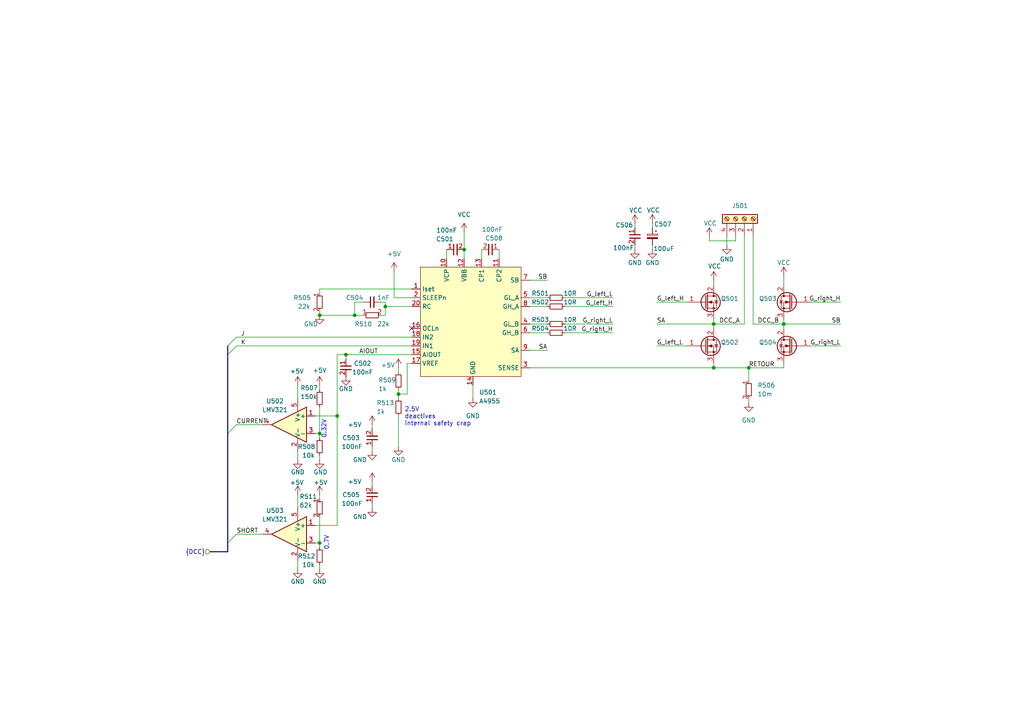
<source format=kicad_sch>
(kicad_sch (version 20231120) (generator "eeschema") (generator_version "8.0")
  (paper "A4")
  (lib_symbols
    (symbol "Amplifier_Operational:LMV321" (pin_names (offset 0.127))
      (property "Reference" "U" (at 0 5.08 0))
      (property "Value" "LMV321" (at 0 -5.08 0))
      (symbol "LMV321_0_1"
        (polyline (pts (xy -5.08 5.08) (xy 5.08 0) (xy -5.08 -5.08) (xy -5.08 5.08)) (stroke (width 0.254)) (fill (type background)))
        (pin power_in line (at -2.54 -7.62 90) (length 3.81) (name "V-") (number "2"))
        (pin power_in line (at -2.54 7.62 270) (length 3.81) (name "V+") (number "5"))
      )
      (symbol "LMV321_1_1"
        (pin input line (at -7.62 2.54 0) (length 2.54) (name "+") (number "1"))
        (pin input line (at -7.62 -2.54 0) (length 2.54) (name "-") (number "3"))
        (pin output line (at 7.62 0 180) (length 2.54) (name "~") (number "4"))
      )
    )
    (symbol "Connector:Screw_Terminal_01x04" (pin_names (offset 1.016) hide)
      (property "Reference" "J" (at 0 5.08 0))
      (property "Value" "Screw_Terminal_01x04" (at 0 -7.62 0))
      (symbol "Screw_Terminal_01x04_1_1"
        (rectangle (start -1.27 3.81) (end 1.27 -6.35) (stroke (width 0.254)) (fill (type background)))
        (circle (center 0 -5.08) (radius 0.635) (stroke (width 0.1524)))
        (circle (center 0 -2.54) (radius 0.635) (stroke (width 0.1524)))
        (polyline (pts (xy -0.5334 -4.7498) (xy 0.3302 -5.588)) (stroke (width 0.1524)))
        (polyline (pts (xy -0.5334 -2.2098) (xy 0.3302 -3.048)) (stroke (width 0.1524)))
        (polyline (pts (xy -0.5334 0.3302) (xy 0.3302 -0.508)) (stroke (width 0.1524)))
        (polyline (pts (xy -0.5334 2.8702) (xy 0.3302 2.032)) (stroke (width 0.1524)))
        (polyline (pts (xy -0.3556 -4.572) (xy 0.508 -5.4102)) (stroke (width 0.1524)))
        (polyline (pts (xy -0.3556 -2.032) (xy 0.508 -2.8702)) (stroke (width 0.1524)))
        (polyline (pts (xy -0.3556 0.508) (xy 0.508 -0.3302)) (stroke (width 0.1524)))
        (polyline (pts (xy -0.3556 3.048) (xy 0.508 2.2098)) (stroke (width 0.1524)))
        (circle (center 0 0) (radius 0.635) (stroke (width 0.1524)))
        (circle (center 0 2.54) (radius 0.635) (stroke (width 0.1524)))
        (pin passive line (at -5.08 2.54 0) (length 3.81) (name "Pin_1") (number "1"))
        (pin passive line (at -5.08 0 0) (length 3.81) (name "Pin_2") (number "2"))
        (pin passive line (at -5.08 -2.54 0) (length 3.81) (name "Pin_3") (number "3"))
        (pin passive line (at -5.08 -5.08 0) (length 3.81) (name "Pin_4") (number "4"))
      )
    )
    (symbol "Device:C_Polarized_Small" (pin_numbers hide) (pin_names (offset 0.254) hide)
      (property "Reference" "C" (at 0.254 1.778 0))
      (property "Value" "C_Polarized_Small" (at 0.254 -2.032 0))
      (symbol "C_Polarized_Small_0_1"
        (rectangle (start -1.524 -0.3048) (end 1.524 -0.6858) (fill (type outline)))
        (rectangle (start -1.524 0.6858) (end 1.524 0.3048))
        (polyline (pts (xy -1.27 1.524) (xy -0.762 1.524)))
        (polyline (pts (xy -1.016 1.27) (xy -1.016 1.778)))
      )
      (symbol "C_Polarized_Small_1_1"
        (pin passive line (at 0 2.54 270) (length 1.8542) (name "~") (number "1"))
        (pin passive line (at 0 -2.54 90) (length 1.8542) (name "~") (number "2"))
      )
    )
    (symbol "Device:C_Small" (pin_numbers hide) (pin_names (offset 0.254) hide)
      (property "Reference" "C" (at 0.254 1.778 0))
      (property "Value" "C_Small" (at 0.254 -2.032 0))
      (symbol "C_Small_0_1"
        (polyline (pts (xy -1.524 -0.508) (xy 1.524 -0.508)) (stroke (width 0.3302)))
        (polyline (pts (xy -1.524 0.508) (xy 1.524 0.508)) (stroke (width 0.3048)))
      )
      (symbol "C_Small_1_1"
        (pin passive line (at 0 2.54 270) (length 2.032) (name "~") (number "1"))
        (pin passive line (at 0 -2.54 90) (length 2.032) (name "~") (number "2"))
      )
    )
    (symbol "Device:R_Small" (pin_numbers hide) (pin_names (offset 0.254) hide)
      (property "Reference" "R" (at 0.762 0.508 0))
      (property "Value" "R_Small" (at 0.762 -1.016 0))
      (symbol "R_Small_0_1"
        (rectangle (start -0.762 1.778) (end 0.762 -1.778) (stroke (width 0.2032)))
      )
      (symbol "R_Small_1_1"
        (pin passive line (at 0 2.54 270) (length 0.762) (name "~") (number "1"))
        (pin passive line (at 0 -2.54 90) (length 0.762) (name "~") (number "2"))
      )
    )
    (symbol "Transistor_FET_Other:DN2540N8-G" (pin_names (offset 0) hide)
      (property "Reference" "Q" (at 5.08 1.905 0))
      (property "Value" "DN2540N8-G" (at 5.08 0 0))
      (symbol "DN2540N8-G_0_1"
        (polyline (pts (xy 0.254 0) (xy -2.54 0)))
        (polyline (pts (xy 0.254 1.905) (xy 0.254 -1.905)) (stroke (width 0.254)))
        (polyline (pts (xy 0.762 2.286) (xy 0.762 -2.286)) (stroke (width 0.254)))
        (polyline (pts (xy 2.54 2.54) (xy 2.54 1.778)))
        (polyline (pts (xy 2.54 -2.54) (xy 2.54 0) (xy 0.762 0)))
        (polyline (pts (xy 0.762 -1.778) (xy 3.302 -1.778) (xy 3.302 1.778) (xy 0.762 1.778)))
        (polyline (pts (xy 1.016 0) (xy 2.032 0.381) (xy 2.032 -0.381) (xy 1.016 0)) (fill (type outline)))
        (polyline (pts (xy 2.794 0.508) (xy 2.921 0.381) (xy 3.683 0.381) (xy 3.81 0.254)))
        (polyline (pts (xy 3.302 0.381) (xy 2.921 -0.254) (xy 3.683 -0.254) (xy 3.302 0.381)))
        (circle (center 1.651 0) (radius 2.794) (stroke (width 0.254)))
        (circle (center 2.54 -1.778) (radius 0.254) (fill (type outline)))
        (circle (center 2.54 1.778) (radius 0.254) (fill (type outline)))
      )
      (symbol "DN2540N8-G_1_1"
        (pin input line (at -5.08 0 0) (length 2.54) (name "G") (number "1"))
        (pin passive line (at 2.54 5.08 270) (length 2.54) (name "D") (number "2"))
        (pin passive line (at 2.54 -5.08 90) (length 2.54) (name "S") (number "3"))
      )
    )
    (symbol "capacitor_miscellaneous:C_0402_100nF"
      (property "Reference" "C" (at 1.27 2.54 0))
      (property "Value" "100nF" (at 3.81 -2.54 0))
      (symbol "C_0402_100nF_0_1"
        (polyline (pts (xy -1.524 -0.508) (xy 1.524 -0.508)) (stroke (width 0.3302)))
        (polyline (pts (xy -1.524 0.508) (xy 1.524 0.508)) (stroke (width 0.3048)))
      )
      (symbol "C_0402_100nF_1_1"
        (pin passive line (at 0 2.54 270) (length 2.032) (name "~") (number "1"))
        (pin passive line (at 0 -2.54 90) (length 2.032) (name "~") (number "2"))
      )
    )
    (symbol "custom_kicad_lib_sk:A4955"
      (property "Reference" "U" (at 0 0 0))
      (property "Value" "A4955" (at 0 -2.286 0))
      (symbol "A4955_1_1"
        (rectangle (start -15.24 13.97) (end 13.97 -17.78) (fill (type background)))
        (pin input line (at -17.78 7.62 0) (length 2.54) (name "Iset") (number "1"))
        (pin passive line (at -7.62 16.51 270) (length 2.54) (name "VCP") (number "10"))
        (pin passive line (at 7.62 16.51 270) (length 2.54) (name "CP2") (number "11"))
        (pin power_in line (at -2.54 16.51 270) (length 2.54) (name "VBB") (number "12"))
        (pin passive line (at 2.54 16.51 270) (length 2.54) (name "CP1") (number "13"))
        (pin power_in line (at 0 -20.32 90) (length 2.54) (name "GND") (number "14"))
        (pin input line (at -17.78 -11.43 0) (length 2.54) (name "AIOUT") (number "15"))
        (pin input line (at -17.78 -3.81 0) (length 2.54) (name "OCLn") (number "16"))
        (pin input line (at -17.78 -13.97 0) (length 2.54) (name "VREF") (number "17"))
        (pin input line (at -17.78 -6.35 0) (length 2.54) (name "IN2") (number "18"))
        (pin input line (at -17.78 -8.89 0) (length 2.54) (name "IN1") (number "19"))
        (pin input line (at -17.78 5.08 0) (length 2.54) (name "SLEEPn") (number "2"))
        (pin input line (at -17.78 2.54 0) (length 2.54) (name "RC") (number "20"))
        (pin power_in line (at 0 -20.32 90) (length 2.54) hide (name "GND") (number "21"))
        (pin input line (at 16.51 -15.24 180) (length 2.54) (name "SENSE") (number "3"))
        (pin output line (at 16.51 -2.54 180) (length 2.54) (name "GL_B") (number "4"))
        (pin output line (at 16.51 5.08 180) (length 2.54) (name "GL_A") (number "5"))
        (pin output line (at 16.51 -5.08 180) (length 2.54) (name "GH_B") (number "6"))
        (pin input line (at 16.51 10.16 180) (length 2.54) (name "SB") (number "7"))
        (pin output line (at 16.51 2.54 180) (length 2.54) (name "GH_A") (number "8"))
        (pin input line (at 16.51 -10.16 180) (length 2.54) (name "SA") (number "9"))
      )
    )
    (symbol "power:+5V" (power) (pin_numbers hide) (pin_names (offset 0) hide)
      (property "Value" "+5V" (at 0 3.556 0))
      (symbol "+5V_0_1"
        (polyline (pts (xy -0.762 1.27) (xy 0 2.54)))
        (polyline (pts (xy 0 0) (xy 0 2.54)))
        (polyline (pts (xy 0 2.54) (xy 0.762 1.27)))
      )
      (symbol "+5V_1_1"
        (pin power_in line (at 0 0 90) (length 0) (name "~") (number "1"))
      )
    )
    (symbol "power:GND" (power) (pin_numbers hide) (pin_names (offset 0) hide)
      (property "Value" "GND" (at 0 -3.81 0))
      (symbol "GND_0_1"
        (polyline (pts (xy 0 0) (xy 0 -1.27) (xy 1.27 -1.27) (xy 0 -2.54) (xy -1.27 -1.27) (xy 0 -1.27)))
      )
      (symbol "GND_1_1"
        (pin power_in line (at 0 0 270) (length 0) (name "~") (number "1"))
      )
    )
    (symbol "power:VCC" (power) (pin_numbers hide) (pin_names (offset 0) hide)
      (property "Value" "VCC" (at 0 3.556 0))
      (symbol "VCC_0_1"
        (polyline (pts (xy -0.762 1.27) (xy 0 2.54)))
        (polyline (pts (xy 0 0) (xy 0 2.54)))
        (polyline (pts (xy 0 2.54) (xy 0.762 1.27)))
      )
      (symbol "VCC_1_1"
        (pin power_in line (at 0 0 90) (length 0) (name "~") (number "1"))
      )
    )
    (symbol "resistors_0603:R_22k_0603"
      (property "Reference" "R" (at 1.27 2.54 0))
      (property "Value" "22k" (at 2.54 -2.54 0))
      (symbol "R_22k_0603_0_1"
        (rectangle (start -0.762 1.778) (end 0.762 -1.778) (stroke (width 0.2032)))
      )
      (symbol "R_22k_0603_1_1"
        (pin passive line (at 0 2.54 270) (length 0.762) (name "~") (number "1"))
        (pin passive line (at 0 -2.54 90) (length 0.762) (name "~") (number "2"))
      )
    )
    (symbol "resistors_0603:R_68k_0603"
      (property "Reference" "R" (at 1.27 2.54 0))
      (property "Value" "68k" (at 2.54 -2.54 0))
      (symbol "R_68k_0603_0_1"
        (rectangle (start -0.762 1.778) (end 0.762 -1.778) (stroke (width 0.2032)))
      )
      (symbol "R_68k_0603_1_1"
        (pin passive line (at 0 2.54 270) (length 0.762) (name "~") (number "1"))
        (pin passive line (at 0 -2.54 90) (length 0.762) (name "~") (number "2"))
      )
    )
    (symbol "resistors_0805:R_10k_0805"
      (property "Reference" "R" (at 1.27 2.54 0))
      (property "Value" "10k" (at 2.54 -2.54 0))
      (symbol "R_10k_0805_0_1"
        (rectangle (start -0.762 1.778) (end 0.762 -1.778) (stroke (width 0.2032)))
      )
      (symbol "R_10k_0805_1_1"
        (pin passive line (at 0 2.54 270) (length 0.762) (name "~") (number "1"))
        (pin passive line (at 0 -2.54 90) (length 0.762) (name "~") (number "2"))
      )
    )
  )
  (junction (at 92.71 157.48))
  (junction (at 207.01 93.98))
  (junction (at 115.57 114.3))
  (junction (at 92.71 125.73))
  (junction (at 227.33 93.98))
  (junction (at 102.87 91.44))
  (junction (at 134.62 72.39))
  (junction (at 217.17 106.68))
  (junction (at 100.33 102.87))
  (junction (at 92.71 91.44))
  (junction (at 111.76 88.9))
  (junction (at 97.79 120.65))
  (junction (at 207.01 106.68))
  (no_connect (at 119.38 95.25))
  (bus_entry (at 68.58 123.19) (size -2.54 2.54))
  (bus_entry (at 68.58 100.33) (size -2.54 2.54))
  (bus_entry (at 68.58 97.79) (size -2.54 2.54))
  (bus_entry (at 68.58 154.94) (size -2.54 2.54))
  (wire (pts (xy 92.71 91.44) (xy 102.87 91.44)))
  (wire (pts (xy 86.36 111.76) (xy 86.36 115.57)))
  (wire (pts (xy 218.44 68.58) (xy 218.44 93.98)))
  (wire (pts (xy 86.36 143.51) (xy 86.36 147.32)))
  (wire (pts (xy 134.62 67.31) (xy 134.62 72.39)))
  (wire (pts (xy 134.62 72.39) (xy 134.62 74.93)))
  (wire (pts (xy 97.79 120.65) (xy 97.79 102.87)))
  (wire (pts (xy 115.57 115.57) (xy 115.57 114.3)))
  (wire (pts (xy 163.83 88.9) (xy 177.8 88.9)))
  (wire (pts (xy 205.74 68.58) (xy 205.74 69.85)))
  (wire (pts (xy 227.33 105.41) (xy 227.33 106.68)))
  (wire (pts (xy 97.79 120.65) (xy 97.79 152.4)))
  (wire (pts (xy 234.95 100.33) (xy 243.84 100.33)))
  (wire (pts (xy 217.17 106.68) (xy 227.33 106.68)))
  (wire (pts (xy 163.83 96.52) (xy 177.8 96.52)))
  (wire (pts (xy 107.95 139.7) (xy 107.95 140.97)))
  (wire (pts (xy 68.58 123.19) (xy 76.2 123.19)))
  (wire (pts (xy 207.01 92.71) (xy 207.01 93.98)))
  (wire (pts (xy 92.71 149.86) (xy 92.71 157.48)))
  (wire (pts (xy 115.57 113.03) (xy 115.57 114.3)))
  (wire (pts (xy 210.82 68.58) (xy 210.82 71.12)))
  (wire (pts (xy 207.01 105.41) (xy 207.01 106.68)))
  (wire (pts (xy 205.74 69.85) (xy 213.36 69.85)))
  (wire (pts (xy 86.36 162.56) (xy 86.36 165.1)))
  (wire (pts (xy 153.67 86.36) (xy 158.75 86.36)))
  (wire (pts (xy 213.36 68.58) (xy 213.36 69.85)))
  (wire (pts (xy 153.67 96.52) (xy 158.75 96.52)))
  (wire (pts (xy 97.79 102.87) (xy 100.33 102.87)))
  (bus (pts (xy 66.04 100.33) (xy 66.04 102.87)))
  (wire (pts (xy 92.71 127) (xy 92.71 125.73)))
  (wire (pts (xy 115.57 106.68) (xy 115.57 107.95)))
  (wire (pts (xy 102.87 91.44) (xy 105.41 91.44)))
  (wire (pts (xy 163.83 93.98) (xy 177.8 93.98)))
  (wire (pts (xy 102.87 87.63) (xy 102.87 91.44)))
  (wire (pts (xy 189.23 71.12) (xy 189.23 72.39)))
  (wire (pts (xy 118.11 105.41) (xy 118.11 114.3)))
  (wire (pts (xy 86.36 130.81) (xy 86.36 133.35)))
  (wire (pts (xy 110.49 87.63) (xy 111.76 87.63)))
  (wire (pts (xy 190.5 100.33) (xy 199.39 100.33)))
  (wire (pts (xy 100.33 102.87) (xy 100.33 104.14)))
  (wire (pts (xy 227.33 93.98) (xy 243.84 93.98)))
  (wire (pts (xy 91.44 152.4) (xy 97.79 152.4)))
  (wire (pts (xy 153.67 88.9) (xy 158.75 88.9)))
  (wire (pts (xy 227.33 92.71) (xy 227.33 93.98)))
  (wire (pts (xy 92.71 90.17) (xy 92.71 91.44)))
  (wire (pts (xy 184.15 71.12) (xy 184.15 72.39)))
  (wire (pts (xy 190.5 93.98) (xy 207.01 93.98)))
  (wire (pts (xy 227.33 80.01) (xy 227.33 82.55)))
  (bus (pts (xy 66.04 157.48) (xy 66.04 160.02)))
  (wire (pts (xy 92.71 83.82) (xy 92.71 85.09)))
  (wire (pts (xy 227.33 93.98) (xy 227.33 95.25)))
  (wire (pts (xy 115.57 114.3) (xy 118.11 114.3)))
  (wire (pts (xy 105.41 87.63) (xy 102.87 87.63)))
  (wire (pts (xy 68.58 154.94) (xy 76.2 154.94)))
  (wire (pts (xy 92.71 125.73) (xy 91.44 125.73)))
  (wire (pts (xy 129.54 72.39) (xy 129.54 74.93)))
  (wire (pts (xy 68.58 97.79) (xy 119.38 97.79)))
  (wire (pts (xy 114.3 86.36) (xy 119.38 86.36)))
  (wire (pts (xy 92.71 83.82) (xy 119.38 83.82)))
  (bus (pts (xy 66.04 125.73) (xy 66.04 157.48)))
  (wire (pts (xy 144.78 72.39) (xy 144.78 74.93)))
  (wire (pts (xy 137.16 111.76) (xy 137.16 115.57)))
  (wire (pts (xy 115.57 120.65) (xy 115.57 129.54)))
  (wire (pts (xy 158.75 101.6) (xy 153.67 101.6)))
  (wire (pts (xy 110.49 91.44) (xy 111.76 91.44)))
  (wire (pts (xy 92.71 165.1) (xy 92.71 163.83)))
  (wire (pts (xy 111.76 91.44) (xy 111.76 88.9)))
  (wire (pts (xy 92.71 118.11) (xy 92.71 125.73)))
  (bus (pts (xy 60.96 160.02) (xy 66.04 160.02)))
  (wire (pts (xy 217.17 115.57) (xy 217.17 116.84)))
  (wire (pts (xy 153.67 81.28) (xy 158.75 81.28)))
  (wire (pts (xy 100.33 102.87) (xy 119.38 102.87)))
  (wire (pts (xy 189.23 64.77) (xy 189.23 66.04)))
  (wire (pts (xy 111.76 88.9) (xy 119.38 88.9)))
  (wire (pts (xy 91.44 120.65) (xy 97.79 120.65)))
  (wire (pts (xy 207.01 81.28) (xy 207.01 82.55)))
  (wire (pts (xy 68.58 100.33) (xy 119.38 100.33)))
  (wire (pts (xy 153.67 106.68) (xy 207.01 106.68)))
  (wire (pts (xy 107.95 146.05) (xy 107.95 147.32)))
  (wire (pts (xy 207.01 93.98) (xy 215.9 93.98)))
  (wire (pts (xy 92.71 133.35) (xy 92.71 132.08)))
  (wire (pts (xy 153.67 93.98) (xy 158.75 93.98)))
  (wire (pts (xy 207.01 106.68) (xy 217.17 106.68)))
  (wire (pts (xy 114.3 78.74) (xy 114.3 86.36)))
  (wire (pts (xy 215.9 93.98) (xy 215.9 68.58)))
  (wire (pts (xy 218.44 93.98) (xy 227.33 93.98)))
  (wire (pts (xy 118.11 105.41) (xy 119.38 105.41)))
  (wire (pts (xy 107.95 123.19) (xy 107.95 124.46)))
  (wire (pts (xy 92.71 157.48) (xy 91.44 157.48)))
  (wire (pts (xy 217.17 106.68) (xy 217.17 110.49)))
  (wire (pts (xy 92.71 143.51) (xy 92.71 144.78)))
  (wire (pts (xy 92.71 158.75) (xy 92.71 157.48)))
  (wire (pts (xy 92.71 111.76) (xy 92.71 113.03)))
  (wire (pts (xy 107.95 129.54) (xy 107.95 130.81)))
  (wire (pts (xy 163.83 86.36) (xy 177.8 86.36)))
  (wire (pts (xy 139.7 72.39) (xy 139.7 74.93)))
  (wire (pts (xy 234.95 87.63) (xy 243.84 87.63)))
  (wire (pts (xy 184.15 64.8233) (xy 184.15 66.04)))
  (bus (pts (xy 66.04 102.87) (xy 66.04 125.73)))
  (wire (pts (xy 207.01 93.98) (xy 207.01 95.25)))
  (wire (pts (xy 111.76 88.9) (xy 111.76 87.63)))
  (wire (pts (xy 190.5 87.63) (xy 199.39 87.63)))
  (text "0.7V" (at 94.742 157.48 90) (effects (font (size 1.27 1.27))))
  (text "2.5V\ndeactives\ninternal safety crap" (at 117.348 120.904 0) (effects (font (size 1.27 1.27)) (justify left)))
  (text "0.32V" (at 93.98 124.46 90) (effects (font (size 1.27 1.27))))
  (label "SB" (at 158.75 81.28 180))
  (label "K" (at 69.85 100.33 0))
  (label "SB" (at 243.84 93.98 180))
  (label "G_right_L" (at 177.8 93.98 180))
  (label "G_left_L" (at 190.5 100.33 0))
  (label "RETOUR" (at 217.17 106.68 0))
  (label "G_left_H" (at 177.8 88.9 180))
  (label "AIOUT" (at 104.14 102.87 0))
  (label "DCC_A" (at 214.63 93.98 180))
  (label "J" (at 69.85 97.79 0))
  (label "G_right_H" (at 177.8 96.52 180))
  (label "G_left_H" (at 190.5 87.63 0))
  (label "CURRENT" (at 68.58 123.19 0))
  (label "DCC_B" (at 219.71 93.98 0))
  (label "SA" (at 158.75 101.6 180))
  (label "G_right_L" (at 243.84 100.33 180))
  (label "G_right_H" (at 243.84 87.63 180))
  (label "SA" (at 190.5 93.98 0))
  (label "SHORT" (at 68.58 154.94 0))
  (label "G_left_L" (at 177.8 86.36 180))
  (hierarchical_label "{DCC}" (shape input) (at 60.96 160.02 180))
  (symbol (lib_id "Device:C_Small") (at 107.95 87.63 90) (unit 1)
    (property "Reference" "C504" (at 105.41 86.36 90) (effects (justify left)))
    (property "Value" "1nF" (at 113.03 86.36 90) (effects (justify left)))
    (property "Footprint" "Capacitor_SMD:C_0402_1005Metric" (effects (hide yes)))
    (property "Description" "Unpolarized capacitor, small symbol" (effects (hide yes)))
    (property "JLCPCB Part#" "C1523" (effects (hide yes)))
  )
  (symbol (lib_id "resistors_0805:R_10k_0805") (at 217.17 113.03 0) (unit 1)
    (property "Reference" "R506" (at 219.71 111.7599 0) (effects (justify left)))
    (property "Value" "10m" (at 219.71 114.2999 0) (effects (justify left)))
    (property "Footprint" "Resistor_SMD:R_1206_3216Metric" (effects (hide yes)))
    (property "JLCPCB Part#" "C105362" (effects (hide yes)))
  )
  (symbol (lib_id "Amplifier_Operational:LMV321") (at 83.82 123.19 0) (mirror y) (unit 1)
    (property "Reference" "U502" (at 79.756 116.332 0))
    (property "Value" "LMV321" (at 79.756 118.872 0))
    (property "Footprint" "Package_TO_SOT_SMD:SOT-353_SC-70-5" (effects (hide yes)))
    (property "Datasheet" "http://www.ti.com/lit/ds/symlink/lmv324.pdf" (effects (hide yes)))
    (property "Description" "Low-Voltage Rail-to-Rail Output Operational Amplifiers, SOT-23-5/SC-70-5" (effects (hide yes)))
    (property "JLCPCB Part#" "C7972" (effects (hide yes)))
  )
  (symbol (lib_id "capacitor_miscellaneous:C_0402_100nF") (at 184.15 68.58 0) (mirror y) (unit 1)
    (property "Reference" "C506" (at 183.642 65.278 0) (effects (justify left)))
    (property "Value" "100nF" (at 177.8 71.882 0) (effects (justify right)))
    (property "Footprint" "Capacitor_SMD:C_0402_1005Metric" (effects (hide yes)))
    (property "JLCPCB Part#" "C307331" (effects (hide yes)))
  )
  (symbol (lib_id "power:GND") (at 92.71 91.44 0) (mirror y) (unit 1)
    (property "Reference" "#PWR0527" (effects (hide yes)))
    (property "Value" "GND" (at 90.17 93.98 0))
    (property "Description" "Power symbol creates a global label with name \"GND\" , ground" (effects (hide yes)))
  )
  (symbol (lib_id "power:VCC") (at 207.01 81.28 0) (unit 1)
    (property "Reference" "#PWR0511" (effects (hide yes)))
    (property "Value" "VCC" (at 207.264 77.216 0))
    (property "Description" "Power symbol creates a global label with name \"VCC\"" (effects (hide yes)))
  )
  (symbol (lib_id "power:+5V") (at 107.95 139.7 0) (mirror y) (unit 1)
    (property "Reference" "#PWR0523" (effects (hide yes)))
    (property "Value" "+5V" (at 102.87 139.7 0))
    (property "Description" "Power symbol creates a global label with name \"+5V\"" (effects (hide yes)))
  )
  (symbol (lib_id "Device:R_Small") (at 161.29 88.9 90) (unit 1)
    (property "Reference" "R502" (at 156.718 87.63 90))
    (property "Value" "10R" (at 165.354 87.63 90))
    (property "Footprint" "Resistor_SMD:R_0603_1608Metric" (effects (hide yes)))
    (property "Description" "Resistor, small symbol" (effects (hide yes)))
    (property "JLCPCB Part#" "C22859" (effects (hide yes)))
  )
  (symbol (lib_id "Device:R_Small") (at 161.29 86.36 90) (unit 1)
    (property "Reference" "R501" (at 156.718 85.09 90))
    (property "Value" "10R" (at 165.354 85.09 90))
    (property "Footprint" "Resistor_SMD:R_0603_1608Metric" (effects (hide yes)))
    (property "Description" "Resistor, small symbol" (effects (hide yes)))
    (property "JLCPCB Part#" "C22859" (effects (hide yes)))
  )
  (symbol (lib_id "power:VCC") (at 134.62 67.31 0) (unit 1)
    (property "Reference" "#PWR0526" (effects (hide yes)))
    (property "Value" "VCC" (at 134.62 62.23 0))
    (property "Description" "Power symbol creates a global label with name \"VCC\"" (effects (hide yes)))
  )
  (symbol (lib_id "power:GND") (at 137.16 115.57 0) (mirror y) (unit 1)
    (property "Reference" "#PWR0525" (effects (hide yes)))
    (property "Value" "GND" (at 137.16 120.65 0))
    (property "Description" "Power symbol creates a global label with name \"GND\" , ground" (effects (hide yes)))
  )
  (symbol (lib_id "capacitor_miscellaneous:C_0402_100nF") (at 107.95 143.51 180) (unit 1)
    (property "Reference" "C505" (at 104.394 143.51 0) (effects (justify left)))
    (property "Value" "100nF" (at 99.06 146.05 0) (effects (justify right)))
    (property "Footprint" "Capacitor_SMD:C_0402_1005Metric" (effects (hide yes)))
    (property "JLCPCB Part#" "C307331" (effects (hide yes)))
  )
  (symbol (lib_id "Device:R_Small") (at 92.71 129.54 0) (unit 1)
    (property "Reference" "R508" (at 86.36 129.54 0) (effects (justify left)))
    (property "Value" "10k" (at 87.63 132.08 0) (effects (justify left)))
    (property "Footprint" "Resistor_SMD:R_0402_1005Metric" (effects (hide yes)))
    (property "Description" "Resistor, small symbol" (effects (hide yes)))
    (property "JLCPCB Part#" "C25744" (effects (hide yes)))
  )
  (symbol (lib_id "capacitor_miscellaneous:C_0402_100nF") (at 132.08 72.39 90) (unit 1)
    (property "Reference" "C501" (at 131.572 69.342 90) (effects (justify left)))
    (property "Value" "100nF" (at 126.492 66.8082 90) (effects (justify right)))
    (property "Footprint" "Capacitor_SMD:C_0402_1005Metric" (effects (hide yes)))
    (property "JLCPCB Part#" "C307331" (effects (hide yes)))
  )
  (symbol (lib_id "capacitor_miscellaneous:C_0402_100nF") (at 107.95 127 180) (unit 1)
    (property "Reference" "C503" (at 104.394 127 0) (effects (justify left)))
    (property "Value" "100nF" (at 99.06 129.54 0) (effects (justify right)))
    (property "Footprint" "Capacitor_SMD:C_0402_1005Metric" (effects (hide yes)))
    (property "JLCPCB Part#" "C307331" (effects (hide yes)))
  )
  (symbol (lib_id "power:VCC") (at 184.15 64.8233 0) (mirror y) (unit 1)
    (property "Reference" "#PWR0503" (effects (hide yes)))
    (property "Value" "VCC" (at 184.404 61.0133 0))
    (property "Description" "Power symbol creates a global label with name \"VCC\"" (effects (hide yes)))
  )
  (symbol (lib_id "Device:R_Small") (at 115.57 118.11 0) (unit 1)
    (property "Reference" "R513" (at 109.22 116.84 0) (effects (justify left)))
    (property "Value" "1k" (at 109.22 119.38 0) (effects (justify left)))
    (property "Footprint" "Resistor_SMD:R_0402_1005Metric" (effects (hide yes)))
    (property "Description" "Resistor, small symbol" (effects (hide yes)))
    (property "JLCPCB Part#" "C11702" (effects (hide yes)))
  )
  (symbol (lib_id "Device:R_Small") (at 161.29 93.98 90) (unit 1)
    (property "Reference" "R503" (at 156.718 92.71 90))
    (property "Value" "10R" (at 165.354 92.71 90))
    (property "Footprint" "Resistor_SMD:R_0603_1608Metric" (effects (hide yes)))
    (property "Description" "Resistor, small symbol" (effects (hide yes)))
    (property "JLCPCB Part#" "C22859" (effects (hide yes)))
  )
  (symbol (lib_id "Transistor_FET_Other:DN2540N8-G") (at 229.87 87.63 0) (mirror y) (unit 1)
    (property "Reference" "Q503" (at 225.298 86.614 0) (effects (justify left)))
    (property "Value" "TM10N06SI" (effects (hide yes)))
    (property "Footprint" "Package_TO_SOT_SMD:SOT-89-3" (effects (hide yes)))
    (property "Datasheet" "https://wmsc.lcsc.com/wmsc/upload/file/pdf/v2/lcsc/2306141502_Tritech-MOS-TM10N06SI_C7422810.pdf" (effects (hide yes)))
    (property "Description" "10A Vds, channel MOSFET, SOT-89" (effects (hide yes)))
    (property "JLCPCB Part#" "C7422810" (effects (hide yes)))
  )
  (symbol (lib_id "Device:R_Small") (at 92.71 161.29 0) (unit 1)
    (property "Reference" "R512" (at 86.36 161.29 0) (effects (justify left)))
    (property "Value" "10k" (at 87.63 163.83 0) (effects (justify left)))
    (property "Footprint" "Resistor_SMD:R_0402_1005Metric" (effects (hide yes)))
    (property "Description" "Resistor, small symbol" (effects (hide yes)))
    (property "JLCPCB Part#" "C25744" (effects (hide yes)))
  )
  (symbol (lib_id "power:GND") (at 217.17 116.84 0) (mirror y) (unit 1)
    (property "Reference" "#PWR0529" (effects (hide yes)))
    (property "Value" "GND" (at 217.17 121.92 0))
    (property "Description" "Power symbol creates a global label with name \"GND\" , ground" (effects (hide yes)))
  )
  (symbol (lib_id "Device:C_Polarized_Small") (at 189.23 68.58 0) (mirror y) (unit 1)
    (property "Reference" "C507" (at 194.818 65.024 0) (effects (justify left)))
    (property "Value" "100uF" (at 195.58 72.136 0) (effects (justify left)))
    (property "Footprint" "Capacitor_SMD:CP_Elec_6.3x7.7" (effects (hide yes)))
    (property "Description" "Polarized capacitor, small symbol" (effects (hide yes)))
    (property "JLCPCB Part#" "C3339" (effects (hide yes)))
  )
  (symbol (lib_id "Transistor_FET_Other:DN2540N8-G") (at 204.47 87.63 0) (unit 1)
    (property "Reference" "Q501" (at 209.042 86.614 0) (effects (justify left)))
    (property "Value" "TM10N06SI" (effects (hide yes)))
    (property "Footprint" "Package_TO_SOT_SMD:SOT-89-3" (effects (hide yes)))
    (property "Datasheet" "https://wmsc.lcsc.com/wmsc/upload/file/pdf/v2/lcsc/2306141502_Tritech-MOS-TM10N06SI_C7422810.pdf" (effects (hide yes)))
    (property "Description" "10A Vds, channel MOSFET, SOT-89" (effects (hide yes)))
    (property "JLCPCB Part#" "C7422810" (effects (hide yes)))
  )
  (symbol (lib_id "power:VCC") (at 227.33 80.01 0) (mirror y) (unit 1)
    (property "Reference" "#PWR0517" (effects (hide yes)))
    (property "Value" "VCC" (at 227.33 76.2 0))
    (property "Description" "Power symbol creates a global label with name \"VCC\"" (effects (hide yes)))
  )
  (symbol (lib_id "power:+5V") (at 107.95 123.19 0) (mirror y) (unit 1)
    (property "Reference" "#PWR0508" (effects (hide yes)))
    (property "Value" "+5V" (at 102.87 123.19 0))
    (property "Description" "Power symbol creates a global label with name \"+5V\"" (effects (hide yes)))
  )
  (symbol (lib_id "Transistor_FET_Other:DN2540N8-G") (at 229.87 100.33 0) (mirror y) (unit 1)
    (property "Reference" "Q504" (at 225.298 99.314 0) (effects (justify left)))
    (property "Value" "TM10N06SI" (effects (hide yes)))
    (property "Footprint" "Package_TO_SOT_SMD:SOT-89-3" (effects (hide yes)))
    (property "Datasheet" "https://wmsc.lcsc.com/wmsc/upload/file/pdf/v2/lcsc/2306141502_Tritech-MOS-TM10N06SI_C7422810.pdf" (effects (hide yes)))
    (property "Description" "10A Vds, channel MOSFET, SOT-89" (effects (hide yes)))
    (property "JLCPCB Part#" "C7422810" (effects (hide yes)))
  )
  (symbol (lib_id "power:+5V") (at 86.36 111.76 0) (mirror y) (unit 1)
    (property "Reference" "#PWR0506" (effects (hide yes)))
    (property "Value" "+5V" (at 86.106 107.696 0))
    (property "Description" "Power symbol creates a global label with name \"+5V\"" (effects (hide yes)))
  )
  (symbol (lib_id "power:+5V") (at 92.71 111.76 0) (unit 1)
    (property "Reference" "#PWR0510" (effects (hide yes)))
    (property "Value" "+5V" (at 92.71 107.442 0))
    (property "Description" "Power symbol creates a global label with name \"+5V\"" (effects (hide yes)))
  )
  (symbol (lib_id "Amplifier_Operational:LMV321") (at 83.82 154.94 0) (mirror y) (unit 1)
    (property "Reference" "U503" (at 79.756 148.082 0))
    (property "Value" "LMV321" (at 79.756 150.622 0))
    (property "Footprint" "Package_TO_SOT_SMD:SOT-353_SC-70-5" (effects (hide yes)))
    (property "Datasheet" "http://www.ti.com/lit/ds/symlink/lmv324.pdf" (effects (hide yes)))
    (property "Description" "Low-Voltage Rail-to-Rail Output Operational Amplifiers, SOT-23-5/SC-70-5" (effects (hide yes)))
    (property "JLCPCB Part#" "C7972" (effects (hide yes)))
  )
  (symbol (lib_id "resistors_0603:R_22k_0603") (at 92.71 87.63 0) (unit 1)
    (property "Reference" "R505" (at 85.09 86.36 0) (effects (justify left)))
    (property "Value" "22k" (at 86.36 88.9 0) (effects (justify left)))
    (property "Footprint" "Resistor_SMD:R_0402_1005Metric" (effects (hide yes)))
    (property "JLCPCB Part#" "C25768" (effects (hide yes)))
  )
  (symbol (lib_id "resistors_0603:R_68k_0603") (at 92.71 147.32 0) (unit 1)
    (property "Reference" "R511" (at 86.868 144.018 0) (effects (justify left)))
    (property "Value" "62k" (at 86.868 146.558 0) (effects (justify left)))
    (property "Footprint" "custom_kicad_lib_sk:R_0603_smalltext" (effects (hide yes)))
    (property "JLCPCB Part#" "C23221" (effects (hide yes)))
  )
  (symbol (lib_id "power:GND") (at 184.15 72.39 0) (mirror y) (unit 1)
    (property "Reference" "#PWR0520" (effects (hide yes)))
    (property "Value" "GND" (at 184.15 76.2 0))
    (property "Description" "Power symbol creates a global label with name \"GND\" , ground" (effects (hide yes)))
  )
  (symbol (lib_id "power:+5V") (at 86.36 143.51 0) (mirror y) (unit 1)
    (property "Reference" "#PWR0515" (effects (hide yes)))
    (property "Value" "+5V" (at 86.106 139.954 0))
    (property "Description" "Power symbol creates a global label with name \"+5V\"" (effects (hide yes)))
  )
  (symbol (lib_id "capacitor_miscellaneous:C_0402_100nF") (at 100.33 106.68 0) (unit 1)
    (property "Reference" "C502" (at 102.616 105.41 0) (effects (justify left)))
    (property "Value" "100nF" (at 102.108 107.95 0) (effects (justify left)))
    (property "Footprint" "Capacitor_SMD:C_0402_1005Metric" (effects (hide yes)))
    (property "JLCPCB Part#" "C307331" (effects (hide yes)))
  )
  (symbol (lib_id "Device:R_Small") (at 92.71 115.57 0) (unit 1)
    (property "Reference" "R507" (at 87.122 112.522 0) (effects (justify left)))
    (property "Value" "150k" (at 87.122 115.062 0) (effects (justify left)))
    (property "Footprint" "Resistor_SMD:R_0402_1005Metric" (effects (hide yes)))
    (property "Description" "Resistor, small symbol" (effects (hide yes)))
    (property "JLCPCB Part#" "C25755" (effects (hide yes)))
  )
  (symbol (lib_id "power:GND") (at 107.95 147.32 0) (mirror y) (unit 1)
    (property "Reference" "#PWR0524" (effects (hide yes)))
    (property "Value" "GND" (at 104.394 149.86 0))
    (property "Description" "Power symbol creates a global label with name \"GND\" , ground" (effects (hide yes)))
  )
  (symbol (lib_id "Device:R_Small") (at 161.29 96.52 90) (unit 1)
    (property "Reference" "R504" (at 156.718 95.25 90))
    (property "Value" "10R" (at 165.354 95.25 90))
    (property "Footprint" "Resistor_SMD:R_0603_1608Metric" (effects (hide yes)))
    (property "Description" "Resistor, small symbol" (effects (hide yes)))
    (property "JLCPCB Part#" "C22859" (effects (hide yes)))
  )
  (symbol (lib_id "power:GND") (at 86.36 165.1 0) (mirror y) (unit 1)
    (property "Reference" "#PWR0516" (effects (hide yes)))
    (property "Value" "GND" (at 86.36 168.656 0))
    (property "Description" "Power symbol creates a global label with name \"GND\" , ground" (effects (hide yes)))
  )
  (symbol (lib_id "custom_kicad_lib_sk:A4955") (at 137.16 91.44 0) (unit 1)
    (property "Reference" "U501" (at 138.938 113.792 0) (effects (justify left)))
    (property "Value" "A4955" (at 138.938 116.332 0) (effects (justify left)))
    (property "Footprint" "Package_DFN_QFN:QFN-20-1EP_4x4mm_P0.5mm_EP2.5x2.5mm_ThermalVias" (effects (hide yes)))
    (property "Datasheet" "https://jlcpcb.com/api/file/downloadByFileSystemAccessId/8589837998499000320" (effects (hide yes)))
    (property "Description" "Full-Bridge PWM Gate driver" (effects (hide yes)))
    (property "JLCPCB Part#" "C5204686" (effects (hide yes)))
  )
  (symbol (lib_id "power:GND") (at 115.57 129.54 0) (mirror y) (unit 1)
    (property "Reference" "#PWR0514" (effects (hide yes)))
    (property "Value" "GND" (at 115.57 133.35 0))
    (property "Description" "Power symbol creates a global label with name \"GND\" , ground" (effects (hide yes)))
  )
  (symbol (lib_id "power:GND") (at 92.71 133.35 0) (mirror y) (unit 1)
    (property "Reference" "#PWR0512" (effects (hide yes)))
    (property "Value" "GND" (at 92.964 136.906 0))
    (property "Description" "Power symbol creates a global label with name \"GND\" , ground" (effects (hide yes)))
  )
  (symbol (lib_id "resistors_0603:R_22k_0603") (at 107.95 91.44 90) (unit 1)
    (property "Reference" "R510" (at 107.95 93.98 90) (effects (justify left)))
    (property "Value" "22k" (at 113.03 93.98 90) (effects (justify left)))
    (property "Footprint" "Resistor_SMD:R_0402_1005Metric" (effects (hide yes)))
    (property "JLCPCB Part#" "C25768" (effects (hide yes)))
  )
  (symbol (lib_id "power:GND") (at 189.23 72.39 0) (mirror y) (unit 1)
    (property "Reference" "#PWR0522" (effects (hide yes)))
    (property "Value" "GND" (at 189.23 76.2 0))
    (property "Description" "Power symbol creates a global label with name \"GND\" , ground" (effects (hide yes)))
  )
  (symbol (lib_id "power:GND") (at 92.71 165.1 0) (mirror y) (unit 1)
    (property "Reference" "#PWR0519" (effects (hide yes)))
    (property "Value" "GND" (at 92.71 168.656 0))
    (property "Description" "Power symbol creates a global label with name \"GND\" , ground" (effects (hide yes)))
  )
  (symbol (lib_id "capacitor_miscellaneous:C_0402_100nF") (at 142.24 72.39 270) (mirror x) (unit 1)
    (property "Reference" "C508" (at 140.716 69.0818 90) (effects (justify left)))
    (property "Value" "100nF" (at 145.796 66.548 90) (effects (justify right)))
    (property "Footprint" "Capacitor_SMD:C_0402_1005Metric" (effects (hide yes)))
    (property "JLCPCB Part#" "C307331" (effects (hide yes)))
  )
  (symbol (lib_id "power:GND") (at 100.33 109.22 0) (mirror y) (unit 1)
    (property "Reference" "#PWR0513" (effects (hide yes)))
    (property "Value" "GND" (at 100.33 112.776 0))
    (property "Description" "Power symbol creates a global label with name \"GND\" , ground" (effects (hide yes)))
  )
  (symbol (lib_id "power:+5V") (at 92.71 143.51 0) (unit 1)
    (property "Reference" "#PWR0518" (effects (hide yes)))
    (property "Value" "+5V" (at 92.964 139.954 0))
    (property "Description" "Power symbol creates a global label with name \"+5V\"" (effects (hide yes)))
  )
  (symbol (lib_id "power:GND") (at 107.95 130.81 0) (mirror y) (unit 1)
    (property "Reference" "#PWR0509" (effects (hide yes)))
    (property "Value" "GND" (at 104.394 133.35 0))
    (property "Description" "Power symbol creates a global label with name \"GND\" , ground" (effects (hide yes)))
  )
  (symbol (lib_id "Connector:Screw_Terminal_01x04") (at 215.9 63.5 270) (mirror x) (unit 1)
    (property "Reference" "J501" (at 214.63 59.69 90))
    (property "Value" "Screw_Terminal_01x04" (effects (hide yes)))
    (property "Footprint" "Connector_Phoenix_MC:PhoenixContact_MC_1,5_4-G-3.5_1x04_P3.50mm_Horizontal" (effects (hide yes)))
    (property "Description" "Generic screw terminal, single row, 01x04, script generated (kicad-library-utils/schlib/autogen/connector/)" (effects (hide yes)))
  )
  (symbol (lib_id "power:GND") (at 86.36 133.35 0) (mirror y) (unit 1)
    (property "Reference" "#PWR0507" (effects (hide yes)))
    (property "Value" "GND" (at 86.36 136.906 0))
    (property "Description" "Power symbol creates a global label with name \"GND\" , ground" (effects (hide yes)))
  )
  (symbol (lib_id "power:VCC") (at 189.23 64.77 0) (mirror y) (unit 1)
    (property "Reference" "#PWR0521" (effects (hide yes)))
    (property "Value" "VCC" (at 189.484 60.96 0))
    (property "Description" "Power symbol creates a global label with name \"VCC\"" (effects (hide yes)))
  )
  (symbol (lib_id "power:+5V") (at 115.57 106.68 0) (unit 1)
    (property "Reference" "#PWR0502" (effects (hide yes)))
    (property "Value" "+5V" (at 112.522 105.918 0))
    (property "Description" "Power symbol creates a global label with name \"+5V\"" (effects (hide yes)))
  )
  (symbol (lib_id "power:GND") (at 210.82 71.12 0) (unit 1)
    (property "Reference" "#PWR0504" (effects (hide yes)))
    (property "Value" "GND" (at 210.82 75.184 0))
    (property "Description" "Power symbol creates a global label with name \"GND\" , ground" (effects (hide yes)))
  )
  (symbol (lib_id "Device:R_Small") (at 115.57 110.49 0) (unit 1)
    (property "Reference" "R509" (at 109.728 110.236 0) (effects (justify left)))
    (property "Value" "1k" (at 109.728 112.776 0) (effects (justify left)))
    (property "Footprint" "Resistor_SMD:R_0402_1005Metric" (effects (hide yes)))
    (property "Description" "Resistor, small symbol" (effects (hide yes)))
    (property "JLCPCB Part#" "C11702" (effects (hide yes)))
  )
  (symbol (lib_id "power:VCC") (at 205.74 68.58 0) (mirror y) (unit 1)
    (property "Reference" "#PWR0505" (effects (hide yes)))
    (property "Value" "VCC" (at 205.994 64.77 0))
    (property "Description" "Power symbol creates a global label with name \"VCC\"" (effects (hide yes)))
  )
  (symbol (lib_id "power:+5V") (at 114.3 78.74 0) (unit 1)
    (property "Reference" "#PWR0501" (effects (hide yes)))
    (property "Value" "+5V" (at 114.3 73.66 0))
    (property "Description" "Power symbol creates a global label with name \"+5V\"" (effects (hide yes)))
  )
  (symbol (lib_id "Transistor_FET_Other:DN2540N8-G") (at 204.47 100.33 0) (unit 1)
    (property "Reference" "Q502" (at 209.042 99.314 0) (effects (justify left)))
    (property "Value" "TM10N06SI" (effects (hide yes)))
    (property "Footprint" "Package_TO_SOT_SMD:SOT-89-3" (effects (hide yes)))
    (property "Datasheet" "https://wmsc.lcsc.com/wmsc/upload/file/pdf/v2/lcsc/2306141502_Tritech-MOS-TM10N06SI_C7422810.pdf" (effects (hide yes)))
    (property "Description" "10A Vds, channel MOSFET, SOT-89" (effects (hide yes)))
    (property "JLCPCB Part#" "C7422810" (effects (hide yes)))
  )
)
</source>
